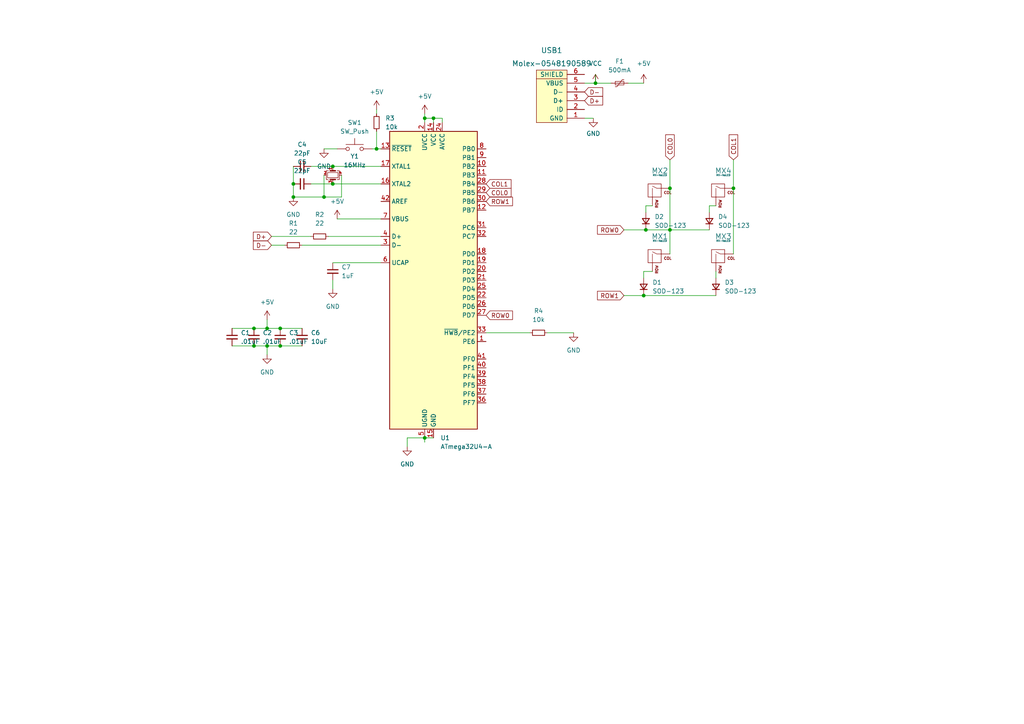
<source format=kicad_sch>
(kicad_sch (version 20211123) (generator eeschema)
  (paper "A4")
  (lib_symbols
    (symbol "Device:C_Small" (pin_numbers hide) (pin_names (offset 0.254) hide)
      (property "Reference" "C" (at 0.254 1.778 0))
      (property "Value" "C_Small" (at 0.254 -2.032 0))
      (symbol "C_Small_0_1"
        (polyline (pts (xy -1.524 -0.508) (xy 1.524 -0.508)) (stroke (width 0.3302)))
        (polyline (pts (xy -1.524 0.508) (xy 1.524 0.508)) (stroke (width 0.3048)))
      )
      (symbol "C_Small_1_1"
        (pin passive line (at 0 2.54 270) (length 2.032) (name "~") (number "1"))
        (pin passive line (at 0 -2.54 90) (length 2.032) (name "~") (number "2"))
      )
    )
    (symbol "Device:Crystal_GND24_Small" (pin_names (offset 1.016) hide)
      (property "Reference" "Y" (at 1.27 4.445 0))
      (property "Value" "Crystal_GND24_Small" (at 1.27 2.54 0))
      (symbol "Crystal_GND24_Small_0_1"
        (rectangle (start -0.762 -1.524) (end 0.762 1.524))
        (polyline (pts (xy -1.27 -0.762) (xy -1.27 0.762)) (stroke (width 0.381)))
        (polyline (pts (xy 1.27 -0.762) (xy 1.27 0.762)) (stroke (width 0.381)))
        (polyline (pts (xy -1.27 -1.27) (xy -1.27 -1.905) (xy 1.27 -1.905) (xy 1.27 -1.27)))
        (polyline (pts (xy -1.27 1.27) (xy -1.27 1.905) (xy 1.27 1.905) (xy 1.27 1.27)))
      )
      (symbol "Crystal_GND24_Small_1_1"
        (pin passive line (at -2.54 0 0) (length 1.27) (name "1") (number "1"))
        (pin passive line (at 0 -2.54 90) (length 0.635) (name "2") (number "2"))
        (pin passive line (at 2.54 0 180) (length 1.27) (name "3") (number "3"))
        (pin passive line (at 0 2.54 270) (length 0.635) (name "4") (number "4"))
      )
    )
    (symbol "Device:D_Small" (pin_numbers hide) (pin_names (offset 0.254) hide)
      (property "Reference" "D" (at -1.27 2.032 0))
      (property "Value" "D_Small" (at -3.81 -2.032 0))
      (symbol "D_Small_0_1"
        (polyline (pts (xy -0.762 -1.016) (xy -0.762 1.016)) (stroke (width 0.254)))
        (polyline (pts (xy -0.762 0) (xy 0.762 0)))
        (polyline (pts (xy 0.762 -1.016) (xy -0.762 0) (xy 0.762 1.016) (xy 0.762 -1.016)) (stroke (width 0.254)))
      )
      (symbol "D_Small_1_1"
        (pin passive line (at -2.54 0 0) (length 1.778) (name "K") (number "1"))
        (pin passive line (at 2.54 0 180) (length 1.778) (name "A") (number "2"))
      )
    )
    (symbol "Device:Polyfuse_Small" (pin_numbers hide) (pin_names (offset 0))
      (property "Reference" "F" (at -1.905 0 90))
      (property "Value" "Polyfuse_Small" (at 1.905 0 90))
      (symbol "Polyfuse_Small_0_1"
        (rectangle (start -0.508 1.27) (end 0.508 -1.27))
        (polyline (pts (xy 0 2.54) (xy 0 -2.54)))
        (polyline (pts (xy -1.016 1.27) (xy -1.016 0.762) (xy 1.016 -0.762) (xy 1.016 -1.27)))
      )
      (symbol "Polyfuse_Small_1_1"
        (pin passive line (at 0 2.54 270) (length 0.635) (name "~") (number "1"))
        (pin passive line (at 0 -2.54 90) (length 0.635) (name "~") (number "2"))
      )
    )
    (symbol "Device:R_Small" (pin_numbers hide) (pin_names (offset 0.254) hide)
      (property "Reference" "R" (at 0.762 0.508 0))
      (property "Value" "R_Small" (at 0.762 -1.016 0))
      (symbol "R_Small_0_1"
        (rectangle (start -0.762 1.778) (end 0.762 -1.778) (stroke (width 0.2032)))
      )
      (symbol "R_Small_1_1"
        (pin passive line (at 0 2.54 270) (length 0.762) (name "~") (number "1"))
        (pin passive line (at 0 -2.54 90) (length 0.762) (name "~") (number "2"))
      )
    )
    (symbol "MCU_Microchip_ATmega:ATmega32U4-A"
      (property "Reference" "U" (at -12.7 44.45 0))
      (property "Value" "ATmega32U4-A" (at 2.54 -44.45 0))
      (symbol "ATmega32U4-A_0_1"
        (rectangle (start -12.7 -43.18) (end 12.7 43.18) (stroke (width 0.254)) (fill (type background)))
      )
      (symbol "ATmega32U4-A_1_1"
        (pin bidirectional line (at 15.24 -17.78 180) (length 2.54) (name "PE6") (number "1"))
        (pin bidirectional line (at 15.24 33.02 180) (length 2.54) (name "PB2") (number "10"))
        (pin bidirectional line (at 15.24 30.48 180) (length 2.54) (name "PB3") (number "11"))
        (pin bidirectional line (at 15.24 20.32 180) (length 2.54) (name "PB7") (number "12"))
        (pin input line (at -15.24 38.1 0) (length 2.54) (name "~{RESET}") (number "13"))
        (pin power_in line (at 0 45.72 270) (length 2.54) (name "VCC") (number "14"))
        (pin power_in line (at 0 -45.72 90) (length 2.54) (name "GND") (number "15"))
        (pin output line (at -15.24 27.94 0) (length 2.54) (name "XTAL2") (number "16"))
        (pin input line (at -15.24 33.02 0) (length 2.54) (name "XTAL1") (number "17"))
        (pin bidirectional line (at 15.24 7.62 180) (length 2.54) (name "PD0") (number "18"))
        (pin bidirectional line (at 15.24 5.08 180) (length 2.54) (name "PD1") (number "19"))
        (pin power_in line (at -2.54 45.72 270) (length 2.54) (name "UVCC") (number "2"))
        (pin bidirectional line (at 15.24 2.54 180) (length 2.54) (name "PD2") (number "20"))
        (pin bidirectional line (at 15.24 0 180) (length 2.54) (name "PD3") (number "21"))
        (pin bidirectional line (at 15.24 -5.08 180) (length 2.54) (name "PD5") (number "22"))
        (pin passive line (at 0 -45.72 90) (length 2.54) hide (name "GND") (number "23"))
        (pin power_in line (at 2.54 45.72 270) (length 2.54) (name "AVCC") (number "24"))
        (pin bidirectional line (at 15.24 -2.54 180) (length 2.54) (name "PD4") (number "25"))
        (pin bidirectional line (at 15.24 -7.62 180) (length 2.54) (name "PD6") (number "26"))
        (pin bidirectional line (at 15.24 -10.16 180) (length 2.54) (name "PD7") (number "27"))
        (pin bidirectional line (at 15.24 27.94 180) (length 2.54) (name "PB4") (number "28"))
        (pin bidirectional line (at 15.24 25.4 180) (length 2.54) (name "PB5") (number "29"))
        (pin bidirectional line (at -15.24 10.16 0) (length 2.54) (name "D-") (number "3"))
        (pin bidirectional line (at 15.24 22.86 180) (length 2.54) (name "PB6") (number "30"))
        (pin bidirectional line (at 15.24 15.24 180) (length 2.54) (name "PC6") (number "31"))
        (pin bidirectional line (at 15.24 12.7 180) (length 2.54) (name "PC7") (number "32"))
        (pin bidirectional line (at 15.24 -15.24 180) (length 2.54) (name "~{HWB}/PE2") (number "33"))
        (pin passive line (at 0 45.72 270) (length 2.54) hide (name "VCC") (number "34"))
        (pin passive line (at 0 -45.72 90) (length 2.54) hide (name "GND") (number "35"))
        (pin bidirectional line (at 15.24 -35.56 180) (length 2.54) (name "PF7") (number "36"))
        (pin bidirectional line (at 15.24 -33.02 180) (length 2.54) (name "PF6") (number "37"))
        (pin bidirectional line (at 15.24 -30.48 180) (length 2.54) (name "PF5") (number "38"))
        (pin bidirectional line (at 15.24 -27.94 180) (length 2.54) (name "PF4") (number "39"))
        (pin bidirectional line (at -15.24 12.7 0) (length 2.54) (name "D+") (number "4"))
        (pin bidirectional line (at 15.24 -25.4 180) (length 2.54) (name "PF1") (number "40"))
        (pin bidirectional line (at 15.24 -22.86 180) (length 2.54) (name "PF0") (number "41"))
        (pin passive line (at -15.24 22.86 0) (length 2.54) (name "AREF") (number "42"))
        (pin passive line (at 0 -45.72 90) (length 2.54) hide (name "GND") (number "43"))
        (pin passive line (at 2.54 45.72 270) (length 2.54) hide (name "AVCC") (number "44"))
        (pin passive line (at -2.54 -45.72 90) (length 2.54) (name "UGND") (number "5"))
        (pin passive line (at -15.24 5.08 0) (length 2.54) (name "UCAP") (number "6"))
        (pin input line (at -15.24 17.78 0) (length 2.54) (name "VBUS") (number "7"))
        (pin bidirectional line (at 15.24 38.1 180) (length 2.54) (name "PB0") (number "8"))
        (pin bidirectional line (at 15.24 35.56 180) (length 2.54) (name "PB1") (number "9"))
      )
    )
    (symbol "MX_Alps_Hybrid:MX-NoLED" (pin_names (offset 1.016))
      (property "Reference" "MX" (at -0.635 3.81 0))
      (property "Value" "MX-NoLED" (at -0.635 1.27 0))
      (symbol "MX-NoLED_0_0"
        (rectangle (start -2.54 2.54) (end 1.27 -1.27))
        (polyline (pts (xy -1.27 -1.27) (xy -1.27 1.27)) (stroke (width 0.127)))
        (polyline (pts (xy 1.27 1.27) (xy 0 1.27) (xy -1.27 1.905)) (stroke (width 0.127)))
        (text "COL" (at 3.175 0 0) (effects (font (size 0.762 0.762))))
        (text "ROW" (at 0 -1.905 900) (effects (font (size 0.762 0.762)) (justify right)))
      )
      (symbol "MX-NoLED_1_1"
        (pin passive line (at 3.81 1.27 180) (length 2.54) (name "COL") (number "1"))
        (pin passive line (at -1.27 -3.81 90) (length 2.54) (name "ROW") (number "2"))
      )
    )
    (symbol "Switch:SW_Push" (pin_numbers hide) (pin_names (offset 1.016) hide)
      (property "Reference" "SW" (at 1.27 2.54 0))
      (property "Value" "SW_Push" (at 0 -1.524 0))
      (symbol "SW_Push_0_1"
        (circle (center -2.032 0) (radius 0.508))
        (polyline (pts (xy 0 1.27) (xy 0 3.048)))
        (polyline (pts (xy 2.54 1.27) (xy -2.54 1.27)))
        (circle (center 2.032 0) (radius 0.508))
        (pin passive line (at -5.08 0 0) (length 2.54) (name "1") (number "1"))
        (pin passive line (at 5.08 0 180) (length 2.54) (name "2") (number "2"))
      )
    )
    (symbol "power:+5V" (power) (pin_names (offset 0))
      (property "Value" "+5V" (at 0 3.556 0))
      (symbol "+5V_0_1"
        (polyline (pts (xy -0.762 1.27) (xy 0 2.54)))
        (polyline (pts (xy 0 0) (xy 0 2.54)))
        (polyline (pts (xy 0 2.54) (xy 0.762 1.27)))
      )
      (symbol "+5V_1_1"
        (pin power_in line (at 0 0 90) (length 0) hide (name "+5V") (number "1"))
      )
    )
    (symbol "power:GND" (power) (pin_names (offset 0))
      (property "Value" "GND" (at 0 -3.81 0))
      (symbol "GND_0_1"
        (polyline (pts (xy 0 0) (xy 0 -1.27) (xy 1.27 -1.27) (xy 0 -2.54) (xy -1.27 -1.27) (xy 0 -1.27)))
      )
      (symbol "GND_1_1"
        (pin power_in line (at 0 0 270) (length 0) hide (name "GND") (number "1"))
      )
    )
    (symbol "power:VCC" (power) (pin_names (offset 0))
      (property "Value" "VCC" (at 0 3.81 0))
      (symbol "VCC_0_1"
        (polyline (pts (xy -0.762 1.27) (xy 0 2.54)))
        (polyline (pts (xy 0 0) (xy 0 2.54)))
        (polyline (pts (xy 0 2.54) (xy 0.762 1.27)))
      )
      (symbol "VCC_1_1"
        (pin power_in line (at 0 0 90) (length 0) hide (name "VCC") (number "1"))
      )
    )
    (symbol "random-keyboard-parts:Molex-0548190589" (pin_names (offset 1.016))
      (property "Reference" "USB" (at 0 7.62 0))
      (property "Value" "Molex-0548190589" (at 0 10.16 0))
      (symbol "Molex-0548190589_0_0"
        (polyline (pts (xy 6.35 -2.54) (xy 6.35 6.35)))
        (rectangle (start 8.89 -2.54) (end -6.35 6.35) (fill (type background)))
      )
      (symbol "Molex-0548190589_1_1"
        (pin input line (at -5.08 -7.62 90) (length 5.08) (name "GND") (number "1"))
        (pin input line (at -2.54 -7.62 90) (length 5.08) (name "ID") (number "2"))
        (pin input line (at 0 -7.62 90) (length 5.08) (name "D+") (number "3"))
        (pin input line (at 2.54 -7.62 90) (length 5.08) (name "D-") (number "4"))
        (pin input line (at 5.08 -7.62 90) (length 5.08) (name "VBUS") (number "5"))
        (pin input line (at 7.62 -7.62 90) (length 5.08) (name "SHIELD") (number "6"))
      )
    )
  )
  (junction (at 109.22 43.18))
  (junction (at 212.725 54.61))
  (junction (at 96.52 53.34))
  (junction (at 125.73 34.29))
  (junction (at 81.28 95.25))
  (junction (at 73.66 95.25))
  (junction (at 123.19 34.29))
  (junction (at 77.47 100.33))
  (junction (at 73.66 100.33))
  (junction (at 77.47 95.25))
  (junction (at 96.52 48.26))
  (junction (at 85.09 53.34))
  (junction (at 172.72 24.13))
  (junction (at 81.28 100.33))
  (junction (at 186.69 85.725))
  (junction (at 194.31 66.675))
  (junction (at 194.31 54.61))
  (junction (at 93.98 57.15))
  (junction (at 123.19 127))
  (junction (at 85.09 57.15))
  (junction (at 187.325 66.675))
  (wire (pts (xy 90.17 48.26) (xy 96.52 48.26)))
  (wire (pts (xy 96.52 81.28) (xy 96.52 83.82)))
  (wire (pts (xy 194.31 66.675) (xy 205.74 66.675)))
  (wire (pts (xy 78.74 71.12) (xy 82.55 71.12)))
  (wire (pts (xy 67.31 95.25) (xy 73.66 95.25)))
  (wire (pts (xy 172.72 24.13) (xy 172.72 21.59)))
  (wire (pts (xy 118.11 129.54) (xy 118.11 127)))
  (wire (pts (xy 93.98 43.18) (xy 97.79 43.18)))
  (wire (pts (xy 187.325 66.675) (xy 194.31 66.675)))
  (wire (pts (xy 123.19 34.29) (xy 123.19 35.56)))
  (wire (pts (xy 207.645 78.74) (xy 207.645 80.645)))
  (wire (pts (xy 90.17 53.34) (xy 96.52 53.34)))
  (wire (pts (xy 125.73 34.29) (xy 125.73 35.56)))
  (wire (pts (xy 212.725 46.355) (xy 212.725 54.61)))
  (wire (pts (xy 118.11 127) (xy 123.19 127)))
  (wire (pts (xy 125.73 34.29) (xy 123.19 34.29)))
  (wire (pts (xy 194.31 54.61) (xy 194.31 66.675)))
  (wire (pts (xy 186.69 78.74) (xy 186.69 80.645)))
  (wire (pts (xy 212.725 54.61) (xy 212.725 73.66)))
  (wire (pts (xy 109.22 38.1) (xy 109.22 43.18)))
  (wire (pts (xy 123.19 33.02) (xy 123.19 34.29)))
  (wire (pts (xy 77.47 92.71) (xy 77.47 95.25)))
  (wire (pts (xy 77.47 95.25) (xy 81.28 95.25)))
  (wire (pts (xy 169.545 24.13) (xy 172.72 24.13)))
  (wire (pts (xy 81.28 100.33) (xy 87.63 100.33)))
  (wire (pts (xy 182.245 24.13) (xy 186.69 24.13)))
  (wire (pts (xy 189.23 59.69) (xy 187.325 59.69)))
  (wire (pts (xy 77.47 100.33) (xy 81.28 100.33)))
  (wire (pts (xy 123.19 127) (xy 125.73 127)))
  (wire (pts (xy 189.23 78.74) (xy 186.69 78.74)))
  (wire (pts (xy 81.28 95.25) (xy 87.63 95.25)))
  (wire (pts (xy 96.52 48.26) (xy 110.49 48.26)))
  (wire (pts (xy 95.25 68.58) (xy 110.49 68.58)))
  (wire (pts (xy 128.27 34.29) (xy 125.73 34.29)))
  (wire (pts (xy 96.52 76.2) (xy 110.49 76.2)))
  (wire (pts (xy 205.74 59.69) (xy 205.74 61.595)))
  (wire (pts (xy 158.75 96.52) (xy 166.37 96.52)))
  (wire (pts (xy 180.975 66.675) (xy 187.325 66.675)))
  (wire (pts (xy 107.95 43.18) (xy 109.22 43.18)))
  (wire (pts (xy 180.975 85.725) (xy 186.69 85.725)))
  (wire (pts (xy 194.31 66.675) (xy 194.31 73.66)))
  (wire (pts (xy 73.66 95.25) (xy 77.47 95.25)))
  (wire (pts (xy 109.22 43.18) (xy 110.49 43.18)))
  (wire (pts (xy 109.22 31.75) (xy 109.22 33.02)))
  (wire (pts (xy 194.31 46.355) (xy 194.31 54.61)))
  (wire (pts (xy 73.66 100.33) (xy 77.47 100.33)))
  (wire (pts (xy 77.47 100.33) (xy 77.47 102.87)))
  (wire (pts (xy 123.19 128.27) (xy 123.19 127)))
  (wire (pts (xy 186.69 85.725) (xy 207.645 85.725)))
  (wire (pts (xy 93.98 57.15) (xy 93.98 50.8)))
  (wire (pts (xy 87.63 71.12) (xy 110.49 71.12)))
  (wire (pts (xy 67.31 100.33) (xy 73.66 100.33)))
  (wire (pts (xy 78.74 68.58) (xy 90.17 68.58)))
  (wire (pts (xy 99.06 50.8) (xy 99.06 57.15)))
  (wire (pts (xy 207.645 59.69) (xy 205.74 59.69)))
  (wire (pts (xy 85.09 57.15) (xy 93.98 57.15)))
  (wire (pts (xy 96.52 53.34) (xy 110.49 53.34)))
  (wire (pts (xy 97.79 63.5) (xy 110.49 63.5)))
  (wire (pts (xy 169.545 34.29) (xy 172.085 34.29)))
  (wire (pts (xy 85.09 48.26) (xy 85.09 53.34)))
  (wire (pts (xy 85.09 53.34) (xy 85.09 57.15)))
  (wire (pts (xy 128.27 35.56) (xy 128.27 34.29)))
  (wire (pts (xy 140.97 96.52) (xy 153.67 96.52)))
  (wire (pts (xy 187.325 59.69) (xy 187.325 61.595)))
  (wire (pts (xy 99.06 57.15) (xy 93.98 57.15)))
  (wire (pts (xy 172.72 24.13) (xy 177.165 24.13)))
  (global_label "ROW0" (shape input) (at 140.97 91.44 0) (property "Intersheet References" "${INTERSHEET_REFS}" (effects hide)))
  (global_label "COL0" (shape input) (at 140.97 55.88 0) (property "Intersheet References" "${INTERSHEET_REFS}" (effects hide)))
  (global_label "D+" (shape input) (at 78.74 68.58 180) (property "Intersheet References" "${INTERSHEET_REFS}" (effects hide)))
  (global_label "COL0" (shape input) (at 194.31 46.355 90) (property "Intersheet References" "${INTERSHEET_REFS}" (effects hide)))
  (global_label "D+" (shape input) (at 169.545 29.21 0) (property "Intersheet References" "${INTERSHEET_REFS}" (effects hide)))
  (global_label "D-" (shape input) (at 78.74 71.12 180) (property "Intersheet References" "${INTERSHEET_REFS}" (effects hide)))
  (global_label "D-" (shape input) (at 169.545 26.67 0) (property "Intersheet References" "${INTERSHEET_REFS}" (effects hide)))
  (global_label "ROW0" (shape input) (at 180.975 66.675 180) (property "Intersheet References" "${INTERSHEET_REFS}" (effects hide)))
  (global_label "ROW1" (shape input) (at 140.97 58.42 0) (property "Intersheet References" "${INTERSHEET_REFS}" (effects hide)))
  (global_label "COL1" (shape input) (at 140.97 53.34 0) (property "Intersheet References" "${INTERSHEET_REFS}" (effects hide)))
  (global_label "COL1" (shape input) (at 212.725 46.355 90) (property "Intersheet References" "${INTERSHEET_REFS}" (effects hide)))
  (global_label "ROW1" (shape input) (at 180.975 85.725 180) (property "Intersheet References" "${INTERSHEET_REFS}" (effects hide)))
  (symbol (lib_id "Device:D_Small") (at 187.325 64.135 90) (unit 1)
    (property "Reference" "D2" (at 189.865 62.8649 90) (effects (justify right)))
    (property "Value" "SOD-123" (at 189.865 65.4049 90) (effects (justify right)))
    (property "Footprint" "Diode_SMD:D_SOD-123" (effects hide))
  )
  (symbol (lib_id "Device:R_Small") (at 92.71 68.58 270) (unit 1)
    (property "Reference" "R2" (at 92.71 62.23 90))
    (property "Value" "22" (at 92.71 64.77 90))
    (property "Footprint" "Resistor_SMD:R_0805_2012Metric" (effects hide))
  )
  (symbol (lib_id "MCU_Microchip_ATmega:ATmega32U4-A") (at 125.73 81.28 0) (unit 1)
    (property "Reference" "U1" (at 127.7494 127 0) (effects (justify left)))
    (property "Value" "ATmega32U4-A" (at 127.7494 129.54 0) (effects (justify left)))
    (property "Footprint" "Package_QFP:TQFP-44_10x10mm_P0.8mm" (effects hide))
    (property "Datasheet" "http://ww1.microchip.com/downloads/en/DeviceDoc/Atmel-7766-8-bit-AVR-ATmega16U4-32U4_Datasheet.pdf" (effects hide))
  )
  (symbol (lib_id "Device:Crystal_GND24_Small") (at 96.52 50.8 270) (unit 1)
    (property "Reference" "Y1" (at 102.87 45.3388 90))
    (property "Value" "16MHz" (at 102.87 47.8788 90))
    (property "Footprint" "Crystal:Crystal_SMD_3225-4Pin_3.2x2.5mm" (effects hide))
  )
  (symbol (lib_id "Device:C_Small") (at 81.28 97.79 0) (unit 1)
    (property "Reference" "C3" (at 83.82 96.5262 0) (effects (justify left)))
    (property "Value" ".01uF" (at 83.82 99.0662 0) (effects (justify left)))
    (property "Footprint" "Capacitor_SMD:C_0805_2012Metric" (effects hide))
  )
  (symbol (lib_id "MX_Alps_Hybrid:MX-NoLED") (at 190.5 55.88 0) (unit 1)
    (property "Reference" "MX2" (at 191.3856 49.53 0) (effects (font (size 1.524 1.524))))
    (property "Value" "MX-NoLED" (at 191.3856 50.8 0) (effects (font (size 0.508 0.508))))
    (property "Footprint" "MX_Alps_Hybrid:MX-1U-NoLED" (effects hide))
  )
  (symbol (lib_id "Device:C_Small") (at 96.52 78.74 0) (unit 1)
    (property "Reference" "C7" (at 99.06 77.4762 0) (effects (justify left)))
    (property "Value" "1uF" (at 99.06 80.0162 0) (effects (justify left)))
    (property "Footprint" "Capacitor_SMD:C_0805_2012Metric" (effects hide))
  )
  (symbol (lib_id "MX_Alps_Hybrid:MX-NoLED") (at 208.915 74.93 0) (unit 1)
    (property "Reference" "MX3" (at 209.8006 68.58 0) (effects (font (size 1.524 1.524))))
    (property "Value" "MX-NoLED" (at 209.8006 69.85 0) (effects (font (size 0.508 0.508))))
    (property "Footprint" "MX_Alps_Hybrid:MX-1U-NoLED" (effects hide))
  )
  (symbol (lib_id "Device:C_Small") (at 67.31 97.79 0) (unit 1)
    (property "Reference" "C1" (at 69.85 96.5262 0) (effects (justify left)))
    (property "Value" ".01uF" (at 69.85 99.0662 0) (effects (justify left)))
    (property "Footprint" "Capacitor_SMD:C_0805_2012Metric" (effects hide))
  )
  (symbol (lib_id "power:GND") (at 96.52 83.82 0) (unit 1)
    (property "Reference" "#PWR05" (effects hide))
    (property "Value" "GND" (at 96.52 88.9 0))
  )
  (symbol (lib_id "power:GND") (at 77.47 102.87 0) (unit 1)
    (property "Reference" "#PWR02" (effects hide))
    (property "Value" "GND" (at 77.47 107.95 0))
  )
  (symbol (lib_id "power:GND") (at 172.085 34.29 0) (unit 1)
    (property "Reference" "#PWR011" (effects hide))
    (property "Value" "GND" (at 172.085 38.735 0))
  )
  (symbol (lib_id "Device:R_Small") (at 85.09 71.12 270) (unit 1)
    (property "Reference" "R1" (at 85.09 64.77 90))
    (property "Value" "22" (at 85.09 67.31 90))
    (property "Footprint" "Resistor_SMD:R_0805_2012Metric" (effects hide))
  )
  (symbol (lib_id "Device:C_Small") (at 87.63 97.79 0) (unit 1)
    (property "Reference" "C6" (at 90.17 96.5262 0) (effects (justify left)))
    (property "Value" "10uF" (at 90.17 99.0662 0) (effects (justify left)))
    (property "Footprint" "Capacitor_SMD:C_0805_2012Metric" (effects hide))
  )
  (symbol (lib_id "Device:C_Small") (at 73.66 97.79 0) (unit 1)
    (property "Reference" "C2" (at 76.2 96.5262 0) (effects (justify left)))
    (property "Value" ".01uF" (at 76.2 99.0662 0) (effects (justify left)))
    (property "Footprint" "Capacitor_SMD:C_0805_2012Metric" (effects hide))
  )
  (symbol (lib_id "power:+5V") (at 186.69 24.13 0) (unit 1)
    (property "Reference" "#PWR013" (effects hide))
    (property "Value" "+5V" (at 186.69 18.415 0))
  )
  (symbol (lib_id "power:+5V") (at 77.47 92.71 0) (unit 1)
    (property "Reference" "#PWR01" (effects hide))
    (property "Value" "+5V" (at 77.47 87.63 0))
  )
  (symbol (lib_id "power:GND") (at 166.37 96.52 0) (unit 1)
    (property "Reference" "#PWR010" (effects hide))
    (property "Value" "GND" (at 166.37 101.6 0))
  )
  (symbol (lib_id "power:GND") (at 118.11 129.54 0) (unit 1)
    (property "Reference" "#PWR08" (effects hide))
    (property "Value" "GND" (at 118.11 134.62 0))
  )
  (symbol (lib_id "MX_Alps_Hybrid:MX-NoLED") (at 208.915 55.88 0) (unit 1)
    (property "Reference" "MX4" (at 209.8006 49.53 0) (effects (font (size 1.524 1.524))))
    (property "Value" "MX-NoLED" (at 209.8006 50.8 0) (effects (font (size 0.508 0.508))))
    (property "Footprint" "MX_Alps_Hybrid:MX-1U-NoLED" (effects hide))
  )
  (symbol (lib_id "power:+5V") (at 109.22 31.75 0) (unit 1)
    (property "Reference" "#PWR07" (effects hide))
    (property "Value" "+5V" (at 109.22 26.67 0))
  )
  (symbol (lib_id "power:VCC") (at 172.72 24.13 0) (unit 1)
    (property "Reference" "#PWR012" (effects hide))
    (property "Value" "VCC" (at 172.72 18.415 0))
  )
  (symbol (lib_id "power:+5V") (at 97.79 63.5 0) (unit 1)
    (property "Reference" "#PWR06" (effects hide))
    (property "Value" "+5V" (at 97.79 58.42 0))
  )
  (symbol (lib_id "power:GND") (at 85.09 57.15 0) (unit 1)
    (property "Reference" "#PWR03" (effects hide))
    (property "Value" "GND" (at 85.09 62.23 0))
  )
  (symbol (lib_id "Device:C_Small") (at 87.63 53.34 270) (unit 1)
    (property "Reference" "C5" (at 87.6236 46.99 90))
    (property "Value" "22pF" (at 87.6236 49.53 90))
    (property "Footprint" "Capacitor_SMD:C_0805_2012Metric" (effects hide))
  )
  (symbol (lib_id "MX_Alps_Hybrid:MX-NoLED") (at 190.5 74.93 0) (unit 1)
    (property "Reference" "MX1" (at 191.3856 68.58 0) (effects (font (size 1.524 1.524))))
    (property "Value" "MX-NoLED" (at 191.3856 69.85 0) (effects (font (size 0.508 0.508))))
    (property "Footprint" "MX_Alps_Hybrid:MX-1U-NoLED" (effects hide))
  )
  (symbol (lib_id "Device:R_Small") (at 109.22 35.56 0) (unit 1)
    (property "Reference" "R3" (at 111.76 34.2899 0) (effects (justify left)))
    (property "Value" "10k" (at 111.76 36.8299 0) (effects (justify left)))
    (property "Footprint" "Resistor_SMD:R_0805_2012Metric" (effects hide))
  )
  (symbol (lib_id "Device:D_Small") (at 207.645 83.185 90) (unit 1)
    (property "Reference" "D3" (at 210.185 81.9149 90) (effects (justify right)))
    (property "Value" "SOD-123" (at 210.185 84.4549 90) (effects (justify right)))
    (property "Footprint" "Diode_SMD:D_SOD-123" (effects hide))
  )
  (symbol (lib_id "Device:C_Small") (at 87.63 48.26 90) (unit 1)
    (property "Reference" "C4" (at 87.6363 41.91 90))
    (property "Value" "22pF" (at 87.6363 44.45 90))
    (property "Footprint" "Capacitor_SMD:C_0805_2012Metric" (effects hide))
  )
  (symbol (lib_id "Switch:SW_Push") (at 102.87 43.18 0) (unit 1)
    (property "Reference" "SW1" (at 102.87 35.56 0))
    (property "Value" "SW_Push" (at 102.87 38.1 0))
    (property "Footprint" "random-keyboard-parts:SKQG-1155865" (effects hide))
  )
  (symbol (lib_id "Device:R_Small") (at 156.21 96.52 90) (unit 1)
    (property "Reference" "R4" (at 156.21 90.17 90))
    (property "Value" "10k" (at 156.21 92.71 90))
    (property "Footprint" "Resistor_SMD:R_0805_2012Metric" (effects hide))
  )
  (symbol (lib_id "Device:D_Small") (at 186.69 83.185 90) (unit 1)
    (property "Reference" "D1" (at 189.23 81.9149 90) (effects (justify right)))
    (property "Value" "SOD-123" (at 189.23 84.4549 90) (effects (justify right)))
    (property "Footprint" "Diode_SMD:D_SOD-123" (effects hide))
  )
  (symbol (lib_id "Device:D_Small") (at 205.74 64.135 90) (unit 1)
    (property "Reference" "D4" (at 208.28 62.8649 90) (effects (justify right)))
    (property "Value" "SOD-123" (at 208.28 65.4049 90) (effects (justify right)))
    (property "Footprint" "Diode_SMD:D_SOD-123" (effects hide))
  )
  (symbol (lib_id "random-keyboard-parts:Molex-0548190589") (at 161.925 29.21 90) (unit 1)
    (property "Reference" "USB1" (at 160.02 14.605 90) (effects (font (size 1.524 1.524))))
    (property "Value" "Molex-0548190589" (at 160.02 18.415 90) (effects (font (size 1.524 1.524))))
    (property "Footprint" "random-keyboard-parts:Molex-0548190589" (effects hide))
  )
  (symbol (lib_id "Device:Polyfuse_Small") (at 179.705 24.13 90) (unit 1)
    (property "Reference" "F1" (at 179.705 17.78 90))
    (property "Value" "500mA" (at 179.705 20.32 90))
    (property "Footprint" "Fuse:Fuse_1206_3216Metric" (effects hide))
  )
  (symbol (lib_id "power:GND") (at 93.98 43.18 0) (unit 1)
    (property "Reference" "#PWR04" (effects hide))
    (property "Value" "GND" (at 93.98 48.26 0))
  )
  (symbol (lib_id "power:+5V") (at 123.19 33.02 0) (unit 1)
    (property "Reference" "#PWR09" (effects hide))
    (property "Value" "+5V" (at 123.19 27.94 0))
  )
)
</source>
